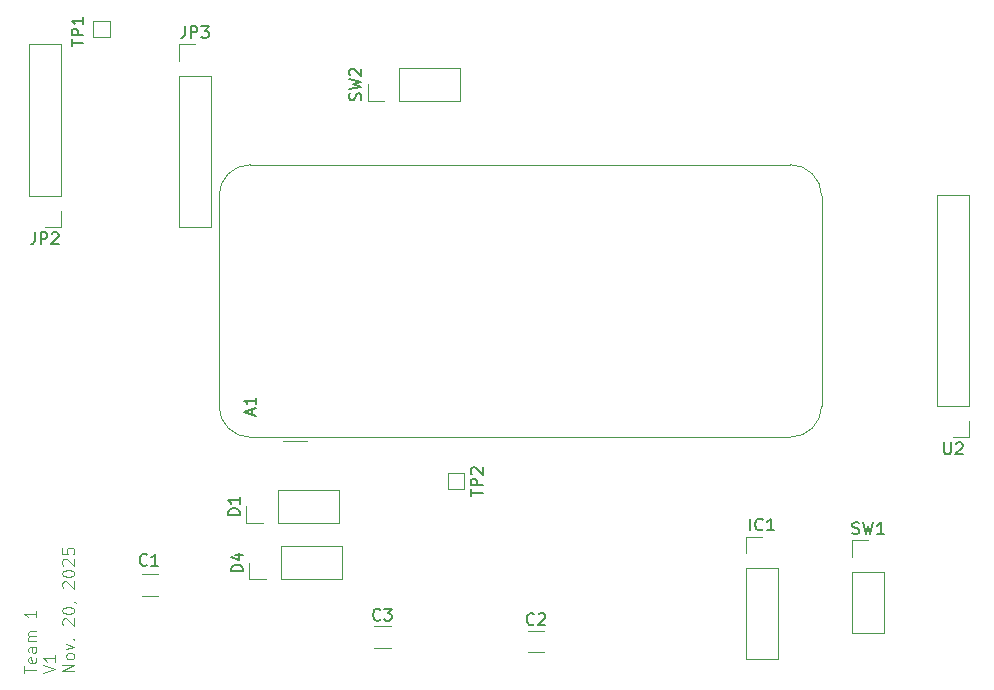
<source format=gto>
%TF.GenerationSoftware,KiCad,Pcbnew,9.0.6*%
%TF.CreationDate,2025-11-22T22:40:18-08:00*%
%TF.ProjectId,A_Team_ECE411,415f5465-616d-45f4-9543-453431312e6b,4*%
%TF.SameCoordinates,Original*%
%TF.FileFunction,Legend,Top*%
%TF.FilePolarity,Positive*%
%FSLAX46Y46*%
G04 Gerber Fmt 4.6, Leading zero omitted, Abs format (unit mm)*
G04 Created by KiCad (PCBNEW 9.0.6) date 2025-11-22 22:40:18*
%MOMM*%
%LPD*%
G01*
G04 APERTURE LIST*
%ADD10C,0.100000*%
%ADD11C,0.150000*%
%ADD12C,0.120000*%
G04 APERTURE END LIST*
D10*
X143052531Y-123838972D02*
X143052531Y-123267544D01*
X144052531Y-123553258D02*
X143052531Y-123553258D01*
X144004912Y-122553258D02*
X144052531Y-122648496D01*
X144052531Y-122648496D02*
X144052531Y-122838972D01*
X144052531Y-122838972D02*
X144004912Y-122934210D01*
X144004912Y-122934210D02*
X143909673Y-122981829D01*
X143909673Y-122981829D02*
X143528721Y-122981829D01*
X143528721Y-122981829D02*
X143433483Y-122934210D01*
X143433483Y-122934210D02*
X143385864Y-122838972D01*
X143385864Y-122838972D02*
X143385864Y-122648496D01*
X143385864Y-122648496D02*
X143433483Y-122553258D01*
X143433483Y-122553258D02*
X143528721Y-122505639D01*
X143528721Y-122505639D02*
X143623959Y-122505639D01*
X143623959Y-122505639D02*
X143719197Y-122981829D01*
X144052531Y-121648496D02*
X143528721Y-121648496D01*
X143528721Y-121648496D02*
X143433483Y-121696115D01*
X143433483Y-121696115D02*
X143385864Y-121791353D01*
X143385864Y-121791353D02*
X143385864Y-121981829D01*
X143385864Y-121981829D02*
X143433483Y-122077067D01*
X144004912Y-121648496D02*
X144052531Y-121743734D01*
X144052531Y-121743734D02*
X144052531Y-121981829D01*
X144052531Y-121981829D02*
X144004912Y-122077067D01*
X144004912Y-122077067D02*
X143909673Y-122124686D01*
X143909673Y-122124686D02*
X143814435Y-122124686D01*
X143814435Y-122124686D02*
X143719197Y-122077067D01*
X143719197Y-122077067D02*
X143671578Y-121981829D01*
X143671578Y-121981829D02*
X143671578Y-121743734D01*
X143671578Y-121743734D02*
X143623959Y-121648496D01*
X144052531Y-121172305D02*
X143385864Y-121172305D01*
X143481102Y-121172305D02*
X143433483Y-121124686D01*
X143433483Y-121124686D02*
X143385864Y-121029448D01*
X143385864Y-121029448D02*
X143385864Y-120886591D01*
X143385864Y-120886591D02*
X143433483Y-120791353D01*
X143433483Y-120791353D02*
X143528721Y-120743734D01*
X143528721Y-120743734D02*
X144052531Y-120743734D01*
X143528721Y-120743734D02*
X143433483Y-120696115D01*
X143433483Y-120696115D02*
X143385864Y-120600877D01*
X143385864Y-120600877D02*
X143385864Y-120458020D01*
X143385864Y-120458020D02*
X143433483Y-120362781D01*
X143433483Y-120362781D02*
X143528721Y-120315162D01*
X143528721Y-120315162D02*
X144052531Y-120315162D01*
X144052531Y-118553258D02*
X144052531Y-119124686D01*
X144052531Y-118838972D02*
X143052531Y-118838972D01*
X143052531Y-118838972D02*
X143195388Y-118934210D01*
X143195388Y-118934210D02*
X143290626Y-119029448D01*
X143290626Y-119029448D02*
X143338245Y-119124686D01*
X144662475Y-123838972D02*
X145662475Y-123505639D01*
X145662475Y-123505639D02*
X144662475Y-123172306D01*
X145662475Y-122315163D02*
X145662475Y-122886591D01*
X145662475Y-122600877D02*
X144662475Y-122600877D01*
X144662475Y-122600877D02*
X144805332Y-122696115D01*
X144805332Y-122696115D02*
X144900570Y-122791353D01*
X144900570Y-122791353D02*
X144948189Y-122886591D01*
X147272419Y-123696115D02*
X146272419Y-123696115D01*
X146272419Y-123696115D02*
X147272419Y-123124687D01*
X147272419Y-123124687D02*
X146272419Y-123124687D01*
X147272419Y-122505639D02*
X147224800Y-122600877D01*
X147224800Y-122600877D02*
X147177180Y-122648496D01*
X147177180Y-122648496D02*
X147081942Y-122696115D01*
X147081942Y-122696115D02*
X146796228Y-122696115D01*
X146796228Y-122696115D02*
X146700990Y-122648496D01*
X146700990Y-122648496D02*
X146653371Y-122600877D01*
X146653371Y-122600877D02*
X146605752Y-122505639D01*
X146605752Y-122505639D02*
X146605752Y-122362782D01*
X146605752Y-122362782D02*
X146653371Y-122267544D01*
X146653371Y-122267544D02*
X146700990Y-122219925D01*
X146700990Y-122219925D02*
X146796228Y-122172306D01*
X146796228Y-122172306D02*
X147081942Y-122172306D01*
X147081942Y-122172306D02*
X147177180Y-122219925D01*
X147177180Y-122219925D02*
X147224800Y-122267544D01*
X147224800Y-122267544D02*
X147272419Y-122362782D01*
X147272419Y-122362782D02*
X147272419Y-122505639D01*
X146605752Y-121838972D02*
X147272419Y-121600877D01*
X147272419Y-121600877D02*
X146605752Y-121362782D01*
X147177180Y-120981829D02*
X147224800Y-120934210D01*
X147224800Y-120934210D02*
X147272419Y-120981829D01*
X147272419Y-120981829D02*
X147224800Y-121029448D01*
X147224800Y-121029448D02*
X147177180Y-120981829D01*
X147177180Y-120981829D02*
X147272419Y-120981829D01*
X146367657Y-119791353D02*
X146320038Y-119743734D01*
X146320038Y-119743734D02*
X146272419Y-119648496D01*
X146272419Y-119648496D02*
X146272419Y-119410401D01*
X146272419Y-119410401D02*
X146320038Y-119315163D01*
X146320038Y-119315163D02*
X146367657Y-119267544D01*
X146367657Y-119267544D02*
X146462895Y-119219925D01*
X146462895Y-119219925D02*
X146558133Y-119219925D01*
X146558133Y-119219925D02*
X146700990Y-119267544D01*
X146700990Y-119267544D02*
X147272419Y-119838972D01*
X147272419Y-119838972D02*
X147272419Y-119219925D01*
X146272419Y-118600877D02*
X146272419Y-118505639D01*
X146272419Y-118505639D02*
X146320038Y-118410401D01*
X146320038Y-118410401D02*
X146367657Y-118362782D01*
X146367657Y-118362782D02*
X146462895Y-118315163D01*
X146462895Y-118315163D02*
X146653371Y-118267544D01*
X146653371Y-118267544D02*
X146891466Y-118267544D01*
X146891466Y-118267544D02*
X147081942Y-118315163D01*
X147081942Y-118315163D02*
X147177180Y-118362782D01*
X147177180Y-118362782D02*
X147224800Y-118410401D01*
X147224800Y-118410401D02*
X147272419Y-118505639D01*
X147272419Y-118505639D02*
X147272419Y-118600877D01*
X147272419Y-118600877D02*
X147224800Y-118696115D01*
X147224800Y-118696115D02*
X147177180Y-118743734D01*
X147177180Y-118743734D02*
X147081942Y-118791353D01*
X147081942Y-118791353D02*
X146891466Y-118838972D01*
X146891466Y-118838972D02*
X146653371Y-118838972D01*
X146653371Y-118838972D02*
X146462895Y-118791353D01*
X146462895Y-118791353D02*
X146367657Y-118743734D01*
X146367657Y-118743734D02*
X146320038Y-118696115D01*
X146320038Y-118696115D02*
X146272419Y-118600877D01*
X147224800Y-117791353D02*
X147272419Y-117791353D01*
X147272419Y-117791353D02*
X147367657Y-117838972D01*
X147367657Y-117838972D02*
X147415276Y-117886591D01*
X146367657Y-116648496D02*
X146320038Y-116600877D01*
X146320038Y-116600877D02*
X146272419Y-116505639D01*
X146272419Y-116505639D02*
X146272419Y-116267544D01*
X146272419Y-116267544D02*
X146320038Y-116172306D01*
X146320038Y-116172306D02*
X146367657Y-116124687D01*
X146367657Y-116124687D02*
X146462895Y-116077068D01*
X146462895Y-116077068D02*
X146558133Y-116077068D01*
X146558133Y-116077068D02*
X146700990Y-116124687D01*
X146700990Y-116124687D02*
X147272419Y-116696115D01*
X147272419Y-116696115D02*
X147272419Y-116077068D01*
X146272419Y-115458020D02*
X146272419Y-115362782D01*
X146272419Y-115362782D02*
X146320038Y-115267544D01*
X146320038Y-115267544D02*
X146367657Y-115219925D01*
X146367657Y-115219925D02*
X146462895Y-115172306D01*
X146462895Y-115172306D02*
X146653371Y-115124687D01*
X146653371Y-115124687D02*
X146891466Y-115124687D01*
X146891466Y-115124687D02*
X147081942Y-115172306D01*
X147081942Y-115172306D02*
X147177180Y-115219925D01*
X147177180Y-115219925D02*
X147224800Y-115267544D01*
X147224800Y-115267544D02*
X147272419Y-115362782D01*
X147272419Y-115362782D02*
X147272419Y-115458020D01*
X147272419Y-115458020D02*
X147224800Y-115553258D01*
X147224800Y-115553258D02*
X147177180Y-115600877D01*
X147177180Y-115600877D02*
X147081942Y-115648496D01*
X147081942Y-115648496D02*
X146891466Y-115696115D01*
X146891466Y-115696115D02*
X146653371Y-115696115D01*
X146653371Y-115696115D02*
X146462895Y-115648496D01*
X146462895Y-115648496D02*
X146367657Y-115600877D01*
X146367657Y-115600877D02*
X146320038Y-115553258D01*
X146320038Y-115553258D02*
X146272419Y-115458020D01*
X146367657Y-114743734D02*
X146320038Y-114696115D01*
X146320038Y-114696115D02*
X146272419Y-114600877D01*
X146272419Y-114600877D02*
X146272419Y-114362782D01*
X146272419Y-114362782D02*
X146320038Y-114267544D01*
X146320038Y-114267544D02*
X146367657Y-114219925D01*
X146367657Y-114219925D02*
X146462895Y-114172306D01*
X146462895Y-114172306D02*
X146558133Y-114172306D01*
X146558133Y-114172306D02*
X146700990Y-114219925D01*
X146700990Y-114219925D02*
X147272419Y-114791353D01*
X147272419Y-114791353D02*
X147272419Y-114172306D01*
X146272419Y-113267544D02*
X146272419Y-113743734D01*
X146272419Y-113743734D02*
X146748609Y-113791353D01*
X146748609Y-113791353D02*
X146700990Y-113743734D01*
X146700990Y-113743734D02*
X146653371Y-113648496D01*
X146653371Y-113648496D02*
X146653371Y-113410401D01*
X146653371Y-113410401D02*
X146700990Y-113315163D01*
X146700990Y-113315163D02*
X146748609Y-113267544D01*
X146748609Y-113267544D02*
X146843847Y-113219925D01*
X146843847Y-113219925D02*
X147081942Y-113219925D01*
X147081942Y-113219925D02*
X147177180Y-113267544D01*
X147177180Y-113267544D02*
X147224800Y-113315163D01*
X147224800Y-113315163D02*
X147272419Y-113410401D01*
X147272419Y-113410401D02*
X147272419Y-113648496D01*
X147272419Y-113648496D02*
X147224800Y-113743734D01*
X147224800Y-113743734D02*
X147177180Y-113791353D01*
D11*
X220938095Y-104324819D02*
X220938095Y-105134342D01*
X220938095Y-105134342D02*
X220985714Y-105229580D01*
X220985714Y-105229580D02*
X221033333Y-105277200D01*
X221033333Y-105277200D02*
X221128571Y-105324819D01*
X221128571Y-105324819D02*
X221319047Y-105324819D01*
X221319047Y-105324819D02*
X221414285Y-105277200D01*
X221414285Y-105277200D02*
X221461904Y-105229580D01*
X221461904Y-105229580D02*
X221509523Y-105134342D01*
X221509523Y-105134342D02*
X221509523Y-104324819D01*
X221938095Y-104420057D02*
X221985714Y-104372438D01*
X221985714Y-104372438D02*
X222080952Y-104324819D01*
X222080952Y-104324819D02*
X222319047Y-104324819D01*
X222319047Y-104324819D02*
X222414285Y-104372438D01*
X222414285Y-104372438D02*
X222461904Y-104420057D01*
X222461904Y-104420057D02*
X222509523Y-104515295D01*
X222509523Y-104515295D02*
X222509523Y-104610533D01*
X222509523Y-104610533D02*
X222461904Y-104753390D01*
X222461904Y-104753390D02*
X221890476Y-105324819D01*
X221890476Y-105324819D02*
X222509523Y-105324819D01*
X143966666Y-86534819D02*
X143966666Y-87249104D01*
X143966666Y-87249104D02*
X143919047Y-87391961D01*
X143919047Y-87391961D02*
X143823809Y-87487200D01*
X143823809Y-87487200D02*
X143680952Y-87534819D01*
X143680952Y-87534819D02*
X143585714Y-87534819D01*
X144442857Y-87534819D02*
X144442857Y-86534819D01*
X144442857Y-86534819D02*
X144823809Y-86534819D01*
X144823809Y-86534819D02*
X144919047Y-86582438D01*
X144919047Y-86582438D02*
X144966666Y-86630057D01*
X144966666Y-86630057D02*
X145014285Y-86725295D01*
X145014285Y-86725295D02*
X145014285Y-86868152D01*
X145014285Y-86868152D02*
X144966666Y-86963390D01*
X144966666Y-86963390D02*
X144919047Y-87011009D01*
X144919047Y-87011009D02*
X144823809Y-87058628D01*
X144823809Y-87058628D02*
X144442857Y-87058628D01*
X145395238Y-86630057D02*
X145442857Y-86582438D01*
X145442857Y-86582438D02*
X145538095Y-86534819D01*
X145538095Y-86534819D02*
X145776190Y-86534819D01*
X145776190Y-86534819D02*
X145871428Y-86582438D01*
X145871428Y-86582438D02*
X145919047Y-86630057D01*
X145919047Y-86630057D02*
X145966666Y-86725295D01*
X145966666Y-86725295D02*
X145966666Y-86820533D01*
X145966666Y-86820533D02*
X145919047Y-86963390D01*
X145919047Y-86963390D02*
X145347619Y-87534819D01*
X145347619Y-87534819D02*
X145966666Y-87534819D01*
X153433333Y-114659580D02*
X153385714Y-114707200D01*
X153385714Y-114707200D02*
X153242857Y-114754819D01*
X153242857Y-114754819D02*
X153147619Y-114754819D01*
X153147619Y-114754819D02*
X153004762Y-114707200D01*
X153004762Y-114707200D02*
X152909524Y-114611961D01*
X152909524Y-114611961D02*
X152861905Y-114516723D01*
X152861905Y-114516723D02*
X152814286Y-114326247D01*
X152814286Y-114326247D02*
X152814286Y-114183390D01*
X152814286Y-114183390D02*
X152861905Y-113992914D01*
X152861905Y-113992914D02*
X152909524Y-113897676D01*
X152909524Y-113897676D02*
X153004762Y-113802438D01*
X153004762Y-113802438D02*
X153147619Y-113754819D01*
X153147619Y-113754819D02*
X153242857Y-113754819D01*
X153242857Y-113754819D02*
X153385714Y-113802438D01*
X153385714Y-113802438D02*
X153433333Y-113850057D01*
X154385714Y-114754819D02*
X153814286Y-114754819D01*
X154100000Y-114754819D02*
X154100000Y-113754819D01*
X154100000Y-113754819D02*
X154004762Y-113897676D01*
X154004762Y-113897676D02*
X153909524Y-113992914D01*
X153909524Y-113992914D02*
X153814286Y-114040533D01*
X161574819Y-115238094D02*
X160574819Y-115238094D01*
X160574819Y-115238094D02*
X160574819Y-114999999D01*
X160574819Y-114999999D02*
X160622438Y-114857142D01*
X160622438Y-114857142D02*
X160717676Y-114761904D01*
X160717676Y-114761904D02*
X160812914Y-114714285D01*
X160812914Y-114714285D02*
X161003390Y-114666666D01*
X161003390Y-114666666D02*
X161146247Y-114666666D01*
X161146247Y-114666666D02*
X161336723Y-114714285D01*
X161336723Y-114714285D02*
X161431961Y-114761904D01*
X161431961Y-114761904D02*
X161527200Y-114857142D01*
X161527200Y-114857142D02*
X161574819Y-114999999D01*
X161574819Y-114999999D02*
X161574819Y-115238094D01*
X160908152Y-113809523D02*
X161574819Y-113809523D01*
X160527200Y-114047618D02*
X161241485Y-114285713D01*
X161241485Y-114285713D02*
X161241485Y-113666666D01*
X173195833Y-119309580D02*
X173148214Y-119357200D01*
X173148214Y-119357200D02*
X173005357Y-119404819D01*
X173005357Y-119404819D02*
X172910119Y-119404819D01*
X172910119Y-119404819D02*
X172767262Y-119357200D01*
X172767262Y-119357200D02*
X172672024Y-119261961D01*
X172672024Y-119261961D02*
X172624405Y-119166723D01*
X172624405Y-119166723D02*
X172576786Y-118976247D01*
X172576786Y-118976247D02*
X172576786Y-118833390D01*
X172576786Y-118833390D02*
X172624405Y-118642914D01*
X172624405Y-118642914D02*
X172672024Y-118547676D01*
X172672024Y-118547676D02*
X172767262Y-118452438D01*
X172767262Y-118452438D02*
X172910119Y-118404819D01*
X172910119Y-118404819D02*
X173005357Y-118404819D01*
X173005357Y-118404819D02*
X173148214Y-118452438D01*
X173148214Y-118452438D02*
X173195833Y-118500057D01*
X173529167Y-118404819D02*
X174148214Y-118404819D01*
X174148214Y-118404819D02*
X173814881Y-118785771D01*
X173814881Y-118785771D02*
X173957738Y-118785771D01*
X173957738Y-118785771D02*
X174052976Y-118833390D01*
X174052976Y-118833390D02*
X174100595Y-118881009D01*
X174100595Y-118881009D02*
X174148214Y-118976247D01*
X174148214Y-118976247D02*
X174148214Y-119214342D01*
X174148214Y-119214342D02*
X174100595Y-119309580D01*
X174100595Y-119309580D02*
X174052976Y-119357200D01*
X174052976Y-119357200D02*
X173957738Y-119404819D01*
X173957738Y-119404819D02*
X173672024Y-119404819D01*
X173672024Y-119404819D02*
X173576786Y-119357200D01*
X173576786Y-119357200D02*
X173529167Y-119309580D01*
X162359104Y-101944285D02*
X162359104Y-101468095D01*
X162644819Y-102039523D02*
X161644819Y-101706190D01*
X161644819Y-101706190D02*
X162644819Y-101372857D01*
X162644819Y-100515714D02*
X162644819Y-101087142D01*
X162644819Y-100801428D02*
X161644819Y-100801428D01*
X161644819Y-100801428D02*
X161787676Y-100896666D01*
X161787676Y-100896666D02*
X161882914Y-100991904D01*
X161882914Y-100991904D02*
X161930533Y-101087142D01*
X147054819Y-70761904D02*
X147054819Y-70190476D01*
X148054819Y-70476190D02*
X147054819Y-70476190D01*
X148054819Y-69857142D02*
X147054819Y-69857142D01*
X147054819Y-69857142D02*
X147054819Y-69476190D01*
X147054819Y-69476190D02*
X147102438Y-69380952D01*
X147102438Y-69380952D02*
X147150057Y-69333333D01*
X147150057Y-69333333D02*
X147245295Y-69285714D01*
X147245295Y-69285714D02*
X147388152Y-69285714D01*
X147388152Y-69285714D02*
X147483390Y-69333333D01*
X147483390Y-69333333D02*
X147531009Y-69380952D01*
X147531009Y-69380952D02*
X147578628Y-69476190D01*
X147578628Y-69476190D02*
X147578628Y-69857142D01*
X148054819Y-68333333D02*
X148054819Y-68904761D01*
X148054819Y-68619047D02*
X147054819Y-68619047D01*
X147054819Y-68619047D02*
X147197676Y-68714285D01*
X147197676Y-68714285D02*
X147292914Y-68809523D01*
X147292914Y-68809523D02*
X147340533Y-68904761D01*
X161304819Y-110468094D02*
X160304819Y-110468094D01*
X160304819Y-110468094D02*
X160304819Y-110229999D01*
X160304819Y-110229999D02*
X160352438Y-110087142D01*
X160352438Y-110087142D02*
X160447676Y-109991904D01*
X160447676Y-109991904D02*
X160542914Y-109944285D01*
X160542914Y-109944285D02*
X160733390Y-109896666D01*
X160733390Y-109896666D02*
X160876247Y-109896666D01*
X160876247Y-109896666D02*
X161066723Y-109944285D01*
X161066723Y-109944285D02*
X161161961Y-109991904D01*
X161161961Y-109991904D02*
X161257200Y-110087142D01*
X161257200Y-110087142D02*
X161304819Y-110229999D01*
X161304819Y-110229999D02*
X161304819Y-110468094D01*
X161304819Y-108944285D02*
X161304819Y-109515713D01*
X161304819Y-109229999D02*
X160304819Y-109229999D01*
X160304819Y-109229999D02*
X160447676Y-109325237D01*
X160447676Y-109325237D02*
X160542914Y-109420475D01*
X160542914Y-109420475D02*
X160590533Y-109515713D01*
X180854819Y-108861904D02*
X180854819Y-108290476D01*
X181854819Y-108576190D02*
X180854819Y-108576190D01*
X181854819Y-107957142D02*
X180854819Y-107957142D01*
X180854819Y-107957142D02*
X180854819Y-107576190D01*
X180854819Y-107576190D02*
X180902438Y-107480952D01*
X180902438Y-107480952D02*
X180950057Y-107433333D01*
X180950057Y-107433333D02*
X181045295Y-107385714D01*
X181045295Y-107385714D02*
X181188152Y-107385714D01*
X181188152Y-107385714D02*
X181283390Y-107433333D01*
X181283390Y-107433333D02*
X181331009Y-107480952D01*
X181331009Y-107480952D02*
X181378628Y-107576190D01*
X181378628Y-107576190D02*
X181378628Y-107957142D01*
X180950057Y-107004761D02*
X180902438Y-106957142D01*
X180902438Y-106957142D02*
X180854819Y-106861904D01*
X180854819Y-106861904D02*
X180854819Y-106623809D01*
X180854819Y-106623809D02*
X180902438Y-106528571D01*
X180902438Y-106528571D02*
X180950057Y-106480952D01*
X180950057Y-106480952D02*
X181045295Y-106433333D01*
X181045295Y-106433333D02*
X181140533Y-106433333D01*
X181140533Y-106433333D02*
X181283390Y-106480952D01*
X181283390Y-106480952D02*
X181854819Y-107052380D01*
X181854819Y-107052380D02*
X181854819Y-106433333D01*
X171527200Y-75333332D02*
X171574819Y-75190475D01*
X171574819Y-75190475D02*
X171574819Y-74952380D01*
X171574819Y-74952380D02*
X171527200Y-74857142D01*
X171527200Y-74857142D02*
X171479580Y-74809523D01*
X171479580Y-74809523D02*
X171384342Y-74761904D01*
X171384342Y-74761904D02*
X171289104Y-74761904D01*
X171289104Y-74761904D02*
X171193866Y-74809523D01*
X171193866Y-74809523D02*
X171146247Y-74857142D01*
X171146247Y-74857142D02*
X171098628Y-74952380D01*
X171098628Y-74952380D02*
X171051009Y-75142856D01*
X171051009Y-75142856D02*
X171003390Y-75238094D01*
X171003390Y-75238094D02*
X170955771Y-75285713D01*
X170955771Y-75285713D02*
X170860533Y-75333332D01*
X170860533Y-75333332D02*
X170765295Y-75333332D01*
X170765295Y-75333332D02*
X170670057Y-75285713D01*
X170670057Y-75285713D02*
X170622438Y-75238094D01*
X170622438Y-75238094D02*
X170574819Y-75142856D01*
X170574819Y-75142856D02*
X170574819Y-74904761D01*
X170574819Y-74904761D02*
X170622438Y-74761904D01*
X170574819Y-74428570D02*
X171574819Y-74190475D01*
X171574819Y-74190475D02*
X170860533Y-73999999D01*
X170860533Y-73999999D02*
X171574819Y-73809523D01*
X171574819Y-73809523D02*
X170574819Y-73571428D01*
X170670057Y-73238094D02*
X170622438Y-73190475D01*
X170622438Y-73190475D02*
X170574819Y-73095237D01*
X170574819Y-73095237D02*
X170574819Y-72857142D01*
X170574819Y-72857142D02*
X170622438Y-72761904D01*
X170622438Y-72761904D02*
X170670057Y-72714285D01*
X170670057Y-72714285D02*
X170765295Y-72666666D01*
X170765295Y-72666666D02*
X170860533Y-72666666D01*
X170860533Y-72666666D02*
X171003390Y-72714285D01*
X171003390Y-72714285D02*
X171574819Y-73285713D01*
X171574819Y-73285713D02*
X171574819Y-72666666D01*
X204523810Y-111764819D02*
X204523810Y-110764819D01*
X205571428Y-111669580D02*
X205523809Y-111717200D01*
X205523809Y-111717200D02*
X205380952Y-111764819D01*
X205380952Y-111764819D02*
X205285714Y-111764819D01*
X205285714Y-111764819D02*
X205142857Y-111717200D01*
X205142857Y-111717200D02*
X205047619Y-111621961D01*
X205047619Y-111621961D02*
X205000000Y-111526723D01*
X205000000Y-111526723D02*
X204952381Y-111336247D01*
X204952381Y-111336247D02*
X204952381Y-111193390D01*
X204952381Y-111193390D02*
X205000000Y-111002914D01*
X205000000Y-111002914D02*
X205047619Y-110907676D01*
X205047619Y-110907676D02*
X205142857Y-110812438D01*
X205142857Y-110812438D02*
X205285714Y-110764819D01*
X205285714Y-110764819D02*
X205380952Y-110764819D01*
X205380952Y-110764819D02*
X205523809Y-110812438D01*
X205523809Y-110812438D02*
X205571428Y-110860057D01*
X206523809Y-111764819D02*
X205952381Y-111764819D01*
X206238095Y-111764819D02*
X206238095Y-110764819D01*
X206238095Y-110764819D02*
X206142857Y-110907676D01*
X206142857Y-110907676D02*
X206047619Y-111002914D01*
X206047619Y-111002914D02*
X205952381Y-111050533D01*
X213166667Y-112027200D02*
X213309524Y-112074819D01*
X213309524Y-112074819D02*
X213547619Y-112074819D01*
X213547619Y-112074819D02*
X213642857Y-112027200D01*
X213642857Y-112027200D02*
X213690476Y-111979580D01*
X213690476Y-111979580D02*
X213738095Y-111884342D01*
X213738095Y-111884342D02*
X213738095Y-111789104D01*
X213738095Y-111789104D02*
X213690476Y-111693866D01*
X213690476Y-111693866D02*
X213642857Y-111646247D01*
X213642857Y-111646247D02*
X213547619Y-111598628D01*
X213547619Y-111598628D02*
X213357143Y-111551009D01*
X213357143Y-111551009D02*
X213261905Y-111503390D01*
X213261905Y-111503390D02*
X213214286Y-111455771D01*
X213214286Y-111455771D02*
X213166667Y-111360533D01*
X213166667Y-111360533D02*
X213166667Y-111265295D01*
X213166667Y-111265295D02*
X213214286Y-111170057D01*
X213214286Y-111170057D02*
X213261905Y-111122438D01*
X213261905Y-111122438D02*
X213357143Y-111074819D01*
X213357143Y-111074819D02*
X213595238Y-111074819D01*
X213595238Y-111074819D02*
X213738095Y-111122438D01*
X214071429Y-111074819D02*
X214309524Y-112074819D01*
X214309524Y-112074819D02*
X214500000Y-111360533D01*
X214500000Y-111360533D02*
X214690476Y-112074819D01*
X214690476Y-112074819D02*
X214928572Y-111074819D01*
X215833333Y-112074819D02*
X215261905Y-112074819D01*
X215547619Y-112074819D02*
X215547619Y-111074819D01*
X215547619Y-111074819D02*
X215452381Y-111217676D01*
X215452381Y-111217676D02*
X215357143Y-111312914D01*
X215357143Y-111312914D02*
X215261905Y-111360533D01*
X186214583Y-119690830D02*
X186166964Y-119738450D01*
X186166964Y-119738450D02*
X186024107Y-119786069D01*
X186024107Y-119786069D02*
X185928869Y-119786069D01*
X185928869Y-119786069D02*
X185786012Y-119738450D01*
X185786012Y-119738450D02*
X185690774Y-119643211D01*
X185690774Y-119643211D02*
X185643155Y-119547973D01*
X185643155Y-119547973D02*
X185595536Y-119357497D01*
X185595536Y-119357497D02*
X185595536Y-119214640D01*
X185595536Y-119214640D02*
X185643155Y-119024164D01*
X185643155Y-119024164D02*
X185690774Y-118928926D01*
X185690774Y-118928926D02*
X185786012Y-118833688D01*
X185786012Y-118833688D02*
X185928869Y-118786069D01*
X185928869Y-118786069D02*
X186024107Y-118786069D01*
X186024107Y-118786069D02*
X186166964Y-118833688D01*
X186166964Y-118833688D02*
X186214583Y-118881307D01*
X186595536Y-118881307D02*
X186643155Y-118833688D01*
X186643155Y-118833688D02*
X186738393Y-118786069D01*
X186738393Y-118786069D02*
X186976488Y-118786069D01*
X186976488Y-118786069D02*
X187071726Y-118833688D01*
X187071726Y-118833688D02*
X187119345Y-118881307D01*
X187119345Y-118881307D02*
X187166964Y-118976545D01*
X187166964Y-118976545D02*
X187166964Y-119071783D01*
X187166964Y-119071783D02*
X187119345Y-119214640D01*
X187119345Y-119214640D02*
X186547917Y-119786069D01*
X186547917Y-119786069D02*
X187166964Y-119786069D01*
X156666666Y-69074819D02*
X156666666Y-69789104D01*
X156666666Y-69789104D02*
X156619047Y-69931961D01*
X156619047Y-69931961D02*
X156523809Y-70027200D01*
X156523809Y-70027200D02*
X156380952Y-70074819D01*
X156380952Y-70074819D02*
X156285714Y-70074819D01*
X157142857Y-70074819D02*
X157142857Y-69074819D01*
X157142857Y-69074819D02*
X157523809Y-69074819D01*
X157523809Y-69074819D02*
X157619047Y-69122438D01*
X157619047Y-69122438D02*
X157666666Y-69170057D01*
X157666666Y-69170057D02*
X157714285Y-69265295D01*
X157714285Y-69265295D02*
X157714285Y-69408152D01*
X157714285Y-69408152D02*
X157666666Y-69503390D01*
X157666666Y-69503390D02*
X157619047Y-69551009D01*
X157619047Y-69551009D02*
X157523809Y-69598628D01*
X157523809Y-69598628D02*
X157142857Y-69598628D01*
X158047619Y-69074819D02*
X158666666Y-69074819D01*
X158666666Y-69074819D02*
X158333333Y-69455771D01*
X158333333Y-69455771D02*
X158476190Y-69455771D01*
X158476190Y-69455771D02*
X158571428Y-69503390D01*
X158571428Y-69503390D02*
X158619047Y-69551009D01*
X158619047Y-69551009D02*
X158666666Y-69646247D01*
X158666666Y-69646247D02*
X158666666Y-69884342D01*
X158666666Y-69884342D02*
X158619047Y-69979580D01*
X158619047Y-69979580D02*
X158571428Y-70027200D01*
X158571428Y-70027200D02*
X158476190Y-70074819D01*
X158476190Y-70074819D02*
X158190476Y-70074819D01*
X158190476Y-70074819D02*
X158095238Y-70027200D01*
X158095238Y-70027200D02*
X158047619Y-69979580D01*
D12*
%TO.C,U2*%
X220320000Y-101220000D02*
X220320000Y-83330000D01*
X223080000Y-83330000D02*
X220320000Y-83330000D01*
X223080000Y-101220000D02*
X220320000Y-101220000D01*
X223080000Y-101220000D02*
X223080000Y-83330000D01*
X223080000Y-102490000D02*
X223080000Y-103870000D01*
X223080000Y-103870000D02*
X221700000Y-103870000D01*
%TO.C,JP2*%
X143420000Y-83430000D02*
X143420000Y-70620000D01*
X146180000Y-70620000D02*
X143420000Y-70620000D01*
X146180000Y-83430000D02*
X143420000Y-83430000D01*
X146180000Y-83430000D02*
X146180000Y-70620000D01*
X146180000Y-84700000D02*
X146180000Y-86080000D01*
X146180000Y-86080000D02*
X144800000Y-86080000D01*
%TO.C,C1*%
X152988748Y-115490000D02*
X154411252Y-115490000D01*
X152988748Y-117310000D02*
X154411252Y-117310000D01*
%TO.C,D4*%
X162120000Y-115880000D02*
X162120000Y-114500000D01*
X163500000Y-115880000D02*
X162120000Y-115880000D01*
X164770000Y-113120000D02*
X169960000Y-113120000D01*
X164770000Y-115880000D02*
X164770000Y-113120000D01*
X164770000Y-115880000D02*
X169960000Y-115880000D01*
X169960000Y-115880000D02*
X169960000Y-113120000D01*
%TO.C,C3*%
X172651248Y-119890000D02*
X174073752Y-119890000D01*
X172651248Y-121710000D02*
X174073752Y-121710000D01*
%TO.C,A1*%
X159540000Y-83450000D02*
X159540000Y-101230000D01*
X162190000Y-80800000D02*
X207910000Y-80800000D01*
X162190000Y-103880000D02*
X207910000Y-103880000D01*
X167000000Y-104200000D02*
X165000000Y-104200000D01*
X210560000Y-83450000D02*
X210560000Y-101230000D01*
X159540000Y-83450000D02*
G75*
G02*
X162190000Y-80800000I2650000J0D01*
G01*
X162190000Y-103880000D02*
G75*
G02*
X159540000Y-101230000I0J2650000D01*
G01*
X207910000Y-80800000D02*
G75*
G02*
X210560000Y-83450000I0J-2650000D01*
G01*
X210560000Y-101230000D02*
G75*
G02*
X207910000Y-103880000I-2650000J0D01*
G01*
%TO.C,TP1*%
X148900000Y-68600000D02*
X150300000Y-68600000D01*
X148900000Y-70000000D02*
X148900000Y-68600000D01*
X150300000Y-68600000D02*
X150300000Y-70000000D01*
X150300000Y-70000000D02*
X148900000Y-70000000D01*
%TO.C,D1*%
X161850000Y-111110000D02*
X161850000Y-109730000D01*
X163230000Y-111110000D02*
X161850000Y-111110000D01*
X164500000Y-108350000D02*
X169690000Y-108350000D01*
X164500000Y-111110000D02*
X164500000Y-108350000D01*
X164500000Y-111110000D02*
X169690000Y-111110000D01*
X169690000Y-111110000D02*
X169690000Y-108350000D01*
%TO.C,TP2*%
X178900000Y-106900000D02*
X180300000Y-106900000D01*
X178900000Y-108300000D02*
X178900000Y-106900000D01*
X180300000Y-106900000D02*
X180300000Y-108300000D01*
X180300000Y-108300000D02*
X178900000Y-108300000D01*
%TO.C,SW2*%
X172120000Y-75380000D02*
X172120000Y-74000000D01*
X173500000Y-75380000D02*
X172120000Y-75380000D01*
X174770000Y-72620000D02*
X179960000Y-72620000D01*
X174770000Y-75380000D02*
X174770000Y-72620000D01*
X174770000Y-75380000D02*
X179960000Y-75380000D01*
X179960000Y-75380000D02*
X179960000Y-72620000D01*
%TO.C,IC1*%
X204120000Y-112310000D02*
X205500000Y-112310000D01*
X204120000Y-113690000D02*
X204120000Y-112310000D01*
X204120000Y-114960000D02*
X204120000Y-122690000D01*
X204120000Y-114960000D02*
X206880000Y-114960000D01*
X204120000Y-122690000D02*
X206880000Y-122690000D01*
X206880000Y-114960000D02*
X206880000Y-122690000D01*
%TO.C,SW1*%
X213120000Y-112620000D02*
X214500000Y-112620000D01*
X213120000Y-114000000D02*
X213120000Y-112620000D01*
X213120000Y-115270000D02*
X213120000Y-120460000D01*
X213120000Y-115270000D02*
X215880000Y-115270000D01*
X213120000Y-120460000D02*
X215880000Y-120460000D01*
X215880000Y-115270000D02*
X215880000Y-120460000D01*
%TO.C,C2*%
X185669998Y-120271250D02*
X187092502Y-120271250D01*
X185669998Y-122091250D02*
X187092502Y-122091250D01*
%TO.C,JP3*%
X156120000Y-70620000D02*
X157500000Y-70620000D01*
X156120000Y-72000000D02*
X156120000Y-70620000D01*
X156120000Y-73270000D02*
X156120000Y-86080000D01*
X156120000Y-73270000D02*
X158880000Y-73270000D01*
X156120000Y-86080000D02*
X158880000Y-86080000D01*
X158880000Y-73270000D02*
X158880000Y-86080000D01*
%TD*%
M02*

</source>
